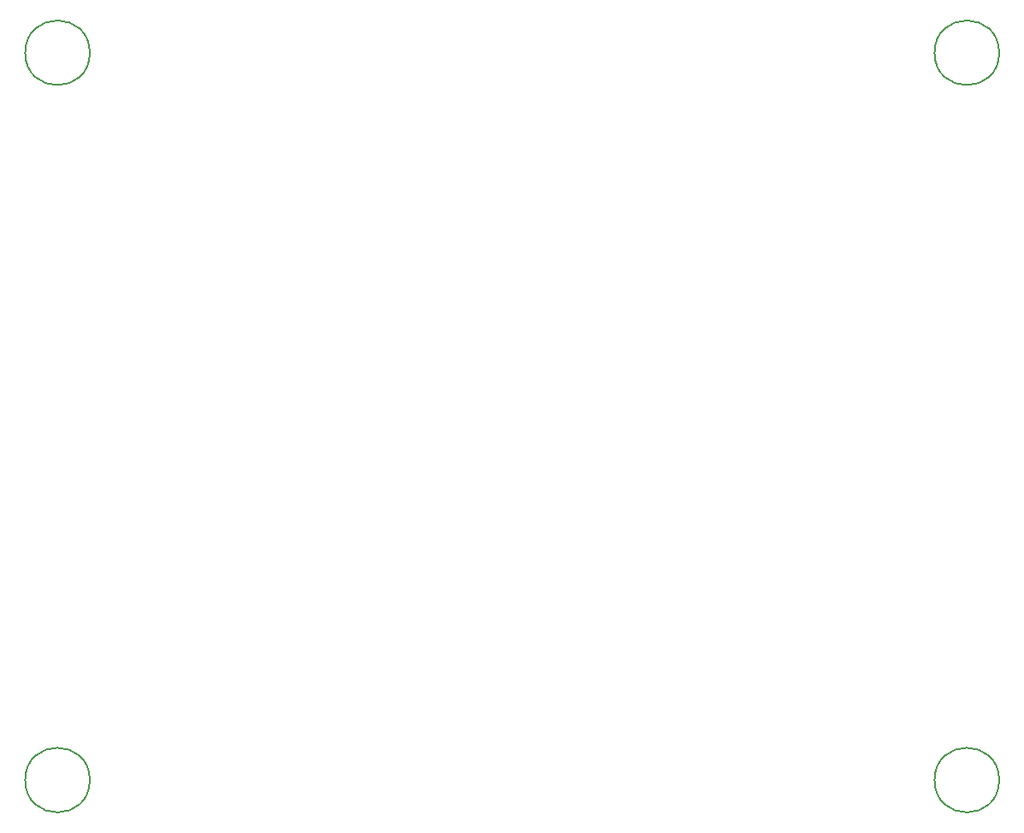
<source format=gbr>
%TF.GenerationSoftware,KiCad,Pcbnew,7.0.9*%
%TF.CreationDate,2024-03-24T03:36:48+09:00*%
%TF.ProjectId,motordriver2,6d6f746f-7264-4726-9976-6572322e6b69,rev?*%
%TF.SameCoordinates,Original*%
%TF.FileFunction,Other,Comment*%
%FSLAX46Y46*%
G04 Gerber Fmt 4.6, Leading zero omitted, Abs format (unit mm)*
G04 Created by KiCad (PCBNEW 7.0.9) date 2024-03-24 03:36:48*
%MOMM*%
%LPD*%
G01*
G04 APERTURE LIST*
%ADD10C,0.150000*%
G04 APERTURE END LIST*
D10*
%TO.C,H1*%
X66200000Y-160000000D02*
G75*
G03*
X66200000Y-160000000I-3200000J0D01*
G01*
%TO.C,H2*%
X66200000Y-88000000D02*
G75*
G03*
X66200000Y-88000000I-3200000J0D01*
G01*
%TO.C,H4*%
X156200000Y-88000000D02*
G75*
G03*
X156200000Y-88000000I-3200000J0D01*
G01*
%TO.C,H3*%
X156200000Y-160000000D02*
G75*
G03*
X156200000Y-160000000I-3200000J0D01*
G01*
%TD*%
M02*

</source>
